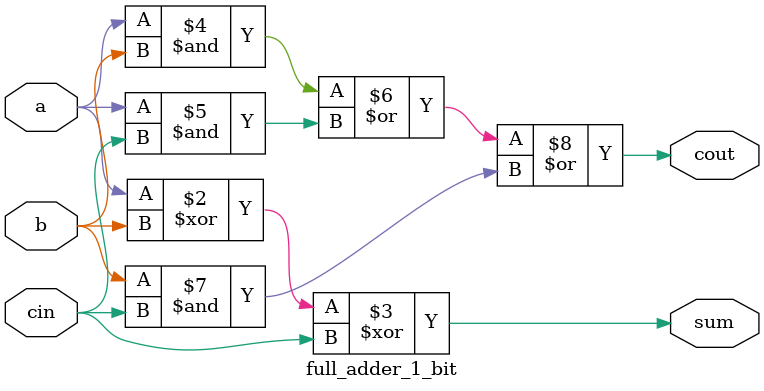
<source format=v>
module full_adder_1_bit(a, b, cin, sum, cout); 
input a, b, cin; 
output reg sum, cout; 

always@(a or b or cin)
	begin
		sum = a^b^cin;
		cout = (a&b)|(a&cin)|(b&cin);
	end

endmodule


</source>
